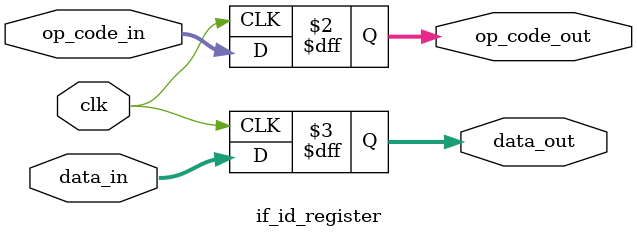
<source format=v>
module if_id_register(clk, op_code_in, data_in, op_code_out, data_out);
	input clk;
	input [23:0] op_code_in;
	input [19:0] data_in;
	output reg [23:0] op_code_out;
	output reg [19:0] data_out;

	always @(posedge clk) begin
		op_code_out <= op_code_in;
		data_out <= data_in;
	end
endmodule
</source>
